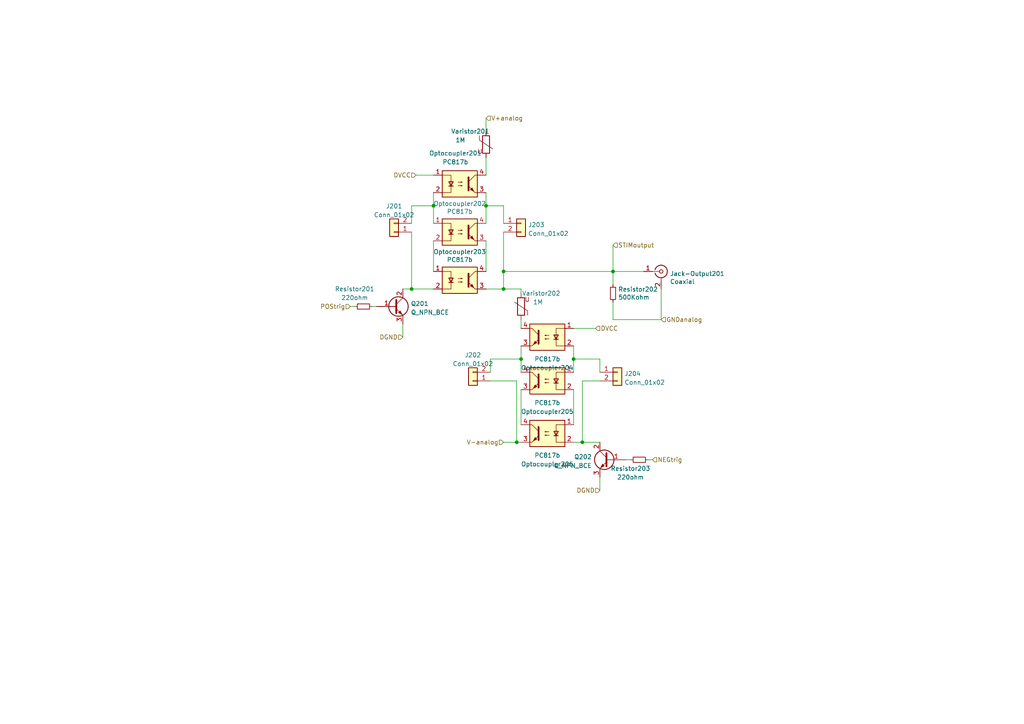
<source format=kicad_sch>
(kicad_sch (version 20211123) (generator eeschema)
  (paper "A4")
  (lib_symbols
    (symbol "Connector:Conn_Coaxial" (pin_names (offset 1.016) hide)
      (property "Reference" "J" (at 0.254 3.048 0))
      (property "Value" "Conn_Coaxial" (at 2.921 0 90))
      (symbol "Conn_Coaxial_0_1"
        (arc (start -1.778 -0.508) (mid 0.222 -1.808) (end 1.778 0) (stroke (width 0.254)))
        (polyline (pts (xy -2.54 0) (xy -0.508 0)))
        (polyline (pts (xy 0 -2.54) (xy 0 -1.778)))
        (circle (center 0 0) (radius 0.508) (stroke (width 0.2032)))
        (arc (start 1.778 0) (mid 0.222 1.8083) (end -1.778 0.508) (stroke (width 0.254)))
      )
      (symbol "Conn_Coaxial_1_1"
        (pin passive line (at -5.08 0 0) (length 2.54) (name "In") (number "1"))
        (pin passive line (at 0 -5.08 90) (length 2.54) (name "Ext") (number "2"))
      )
    )
    (symbol "Connector_Generic:Conn_01x02" (pin_names (offset 1.016) hide)
      (property "Reference" "J" (at 0 2.54 0))
      (property "Value" "Conn_01x02" (at 0 -5.08 0))
      (symbol "Conn_01x02_1_1"
        (rectangle (start -1.27 -2.413) (end 0 -2.667) (stroke (width 0.1524)))
        (rectangle (start -1.27 0.127) (end 0 -0.127) (stroke (width 0.1524)))
        (rectangle (start -1.27 1.27) (end 1.27 -3.81) (stroke (width 0.254)) (fill (type background)))
        (pin passive line (at -5.08 0 0) (length 3.81) (name "Pin_1") (number "1"))
        (pin passive line (at -5.08 -2.54 0) (length 3.81) (name "Pin_2") (number "2"))
      )
    )
    (symbol "Device:Q_NPN_BCE" (pin_names (offset 0) hide)
      (property "Reference" "Q" (at 5.08 1.27 0))
      (property "Value" "Q_NPN_BCE" (at 5.08 -1.27 0))
      (symbol "Q_NPN_BCE_0_1"
        (polyline (pts (xy 0.635 0.635) (xy 2.54 2.54)))
        (polyline (pts (xy 0.635 -0.635) (xy 2.54 -2.54) (xy 2.54 -2.54)))
        (polyline (pts (xy 0.635 1.905) (xy 0.635 -1.905) (xy 0.635 -1.905)) (stroke (width 0.508)))
        (polyline (pts (xy 1.27 -1.778) (xy 1.778 -1.27) (xy 2.286 -2.286) (xy 1.27 -1.778) (xy 1.27 -1.778)) (fill (type outline)))
        (circle (center 1.27 0) (radius 2.8194) (stroke (width 0.254)))
      )
      (symbol "Q_NPN_BCE_1_1"
        (pin input line (at -5.08 0 0) (length 5.715) (name "B") (number "1"))
        (pin passive line (at 2.54 5.08 270) (length 2.54) (name "C") (number "2"))
        (pin passive line (at 2.54 -5.08 90) (length 2.54) (name "E") (number "3"))
      )
    )
    (symbol "Device:R_Small" (pin_numbers hide) (pin_names (offset 0.254) hide)
      (property "Reference" "R" (at 0.762 0.508 0))
      (property "Value" "R_Small" (at 0.762 -1.016 0))
      (symbol "R_Small_0_1"
        (rectangle (start -0.762 1.778) (end 0.762 -1.778) (stroke (width 0.2032)))
      )
      (symbol "R_Small_1_1"
        (pin passive line (at 0 2.54 270) (length 0.762) (name "~") (number "1"))
        (pin passive line (at 0 -2.54 90) (length 0.762) (name "~") (number "2"))
      )
    )
    (symbol "Device:Varistor" (pin_numbers hide) (pin_names (offset 0))
      (property "Reference" "RV" (at 3.175 0 90))
      (property "Value" "Varistor" (at -3.175 0 90))
      (symbol "Varistor_0_0"
        (text "U" (at -1.778 -2.032 0) (effects (font (size 1.27 1.27))))
      )
      (symbol "Varistor_0_1"
        (rectangle (start -1.016 -2.54) (end 1.016 2.54) (stroke (width 0.254)))
        (polyline (pts (xy -1.905 2.54) (xy -1.905 1.27) (xy 1.905 -1.27)))
      )
      (symbol "Varistor_1_1"
        (pin passive line (at 0 3.81 270) (length 1.27) (name "~") (number "1"))
        (pin passive line (at 0 -3.81 90) (length 1.27) (name "~") (number "2"))
      )
    )
    (symbol "Isolator:PC817" (pin_names (offset 1.016))
      (property "Reference" "U" (at -5.08 5.08 0))
      (property "Value" "PC817" (at 0 5.08 0))
      (symbol "PC817_0_1"
        (rectangle (start -5.08 3.81) (end 5.08 -3.81) (stroke (width 0.254)) (fill (type background)))
        (polyline (pts (xy -3.175 -0.635) (xy -1.905 -0.635)) (stroke (width 0.254)))
        (polyline (pts (xy 2.54 0.635) (xy 4.445 2.54)))
        (polyline (pts (xy 4.445 -2.54) (xy 2.54 -0.635)) (fill (type outline)))
        (polyline (pts (xy 4.445 -2.54) (xy 5.08 -2.54)))
        (polyline (pts (xy 4.445 2.54) (xy 5.08 2.54)))
        (polyline (pts (xy -5.08 2.54) (xy -2.54 2.54) (xy -2.54 -0.635)))
        (polyline (pts (xy -2.54 -0.635) (xy -2.54 -2.54) (xy -5.08 -2.54)))
        (polyline (pts (xy 2.54 1.905) (xy 2.54 -1.905) (xy 2.54 -1.905)) (stroke (width 0.508)))
        (polyline (pts (xy -2.54 -0.635) (xy -3.175 0.635) (xy -1.905 0.635) (xy -2.54 -0.635)) (stroke (width 0.254)))
        (polyline (pts (xy -0.508 -0.508) (xy 0.762 -0.508) (xy 0.381 -0.635) (xy 0.381 -0.381) (xy 0.762 -0.508)))
        (polyline (pts (xy -0.508 0.508) (xy 0.762 0.508) (xy 0.381 0.381) (xy 0.381 0.635) (xy 0.762 0.508)))
        (polyline (pts (xy 3.048 -1.651) (xy 3.556 -1.143) (xy 4.064 -2.159) (xy 3.048 -1.651) (xy 3.048 -1.651)) (fill (type outline)))
      )
      (symbol "PC817_1_1"
        (pin passive line (at -7.62 2.54 0) (length 2.54) (name "~") (number "1"))
        (pin passive line (at -7.62 -2.54 0) (length 2.54) (name "~") (number "2"))
        (pin passive line (at 7.62 -2.54 180) (length 2.54) (name "~") (number "3"))
        (pin passive line (at 7.62 2.54 180) (length 2.54) (name "~") (number "4"))
      )
    )
  )
  (junction (at 149.86 128.27))
  (junction (at 166.37 104.14))
  (junction (at 146.05 83.82))
  (junction (at 125.73 59.69))
  (junction (at 140.97 59.69))
  (junction (at 151.13 104.14))
  (junction (at 146.05 78.74))
  (junction (at 168.91 128.27))
  (junction (at 119.38 83.82))
  (junction (at 177.8 78.74))
  (wire (pts (xy 146.05 78.74) (xy 146.05 83.82)))
  (wire (pts (xy 166.37 128.27) (xy 168.91 128.27)))
  (wire (pts (xy 173.99 104.14) (xy 166.37 104.14)))
  (wire (pts (xy 166.37 104.14) (xy 166.37 107.95)))
  (wire (pts (xy 151.13 83.82) (xy 151.13 85.09)))
  (wire (pts (xy 151.13 104.14) (xy 151.13 107.95)))
  (wire (pts (xy 151.13 113.03) (xy 151.13 123.19)))
  (wire (pts (xy 149.86 128.27) (xy 151.13 128.27)))
  (wire (pts (xy 140.97 83.82) (xy 146.05 83.82)))
  (wire (pts (xy 140.97 59.69) (xy 140.97 64.77)))
  (wire (pts (xy 166.37 100.33) (xy 166.37 104.14)))
  (wire (pts (xy 140.97 55.88) (xy 140.97 59.69)))
  (wire (pts (xy 177.8 78.74) (xy 177.8 82.55)))
  (wire (pts (xy 177.8 92.71) (xy 191.77 92.71)))
  (wire (pts (xy 149.86 110.49) (xy 149.86 128.27)))
  (wire (pts (xy 173.99 107.95) (xy 173.99 104.14)))
  (wire (pts (xy 177.8 87.63) (xy 177.8 92.71)))
  (wire (pts (xy 140.97 69.85) (xy 140.97 78.74)))
  (wire (pts (xy 166.37 113.03) (xy 166.37 123.19)))
  (wire (pts (xy 116.84 93.98) (xy 116.84 97.79)))
  (wire (pts (xy 116.84 83.82) (xy 119.38 83.82)))
  (wire (pts (xy 173.99 110.49) (xy 168.91 110.49)))
  (wire (pts (xy 191.77 92.71) (xy 191.77 83.82)))
  (wire (pts (xy 125.73 55.88) (xy 125.73 59.69)))
  (wire (pts (xy 119.38 64.77) (xy 119.38 59.69)))
  (wire (pts (xy 182.88 133.35) (xy 181.61 133.35)))
  (wire (pts (xy 168.91 110.49) (xy 168.91 128.27)))
  (wire (pts (xy 151.13 100.33) (xy 151.13 104.14)))
  (wire (pts (xy 177.8 78.74) (xy 186.69 78.74)))
  (wire (pts (xy 119.38 67.31) (xy 119.38 83.82)))
  (wire (pts (xy 146.05 64.77) (xy 146.05 59.69)))
  (wire (pts (xy 146.05 128.27) (xy 149.86 128.27)))
  (wire (pts (xy 101.6 88.9) (xy 102.87 88.9)))
  (wire (pts (xy 119.38 83.82) (xy 125.73 83.82)))
  (wire (pts (xy 120.65 50.8) (xy 125.73 50.8)))
  (wire (pts (xy 172.72 95.25) (xy 166.37 95.25)))
  (wire (pts (xy 107.95 88.9) (xy 109.22 88.9)))
  (wire (pts (xy 177.8 71.12) (xy 177.8 78.74)))
  (wire (pts (xy 146.05 67.31) (xy 146.05 78.74)))
  (wire (pts (xy 142.24 110.49) (xy 149.86 110.49)))
  (wire (pts (xy 146.05 59.69) (xy 140.97 59.69)))
  (wire (pts (xy 140.97 45.72) (xy 140.97 50.8)))
  (wire (pts (xy 168.91 128.27) (xy 173.99 128.27)))
  (wire (pts (xy 119.38 59.69) (xy 125.73 59.69)))
  (wire (pts (xy 173.99 138.43) (xy 173.99 142.24)))
  (wire (pts (xy 146.05 83.82) (xy 151.13 83.82)))
  (wire (pts (xy 142.24 104.14) (xy 151.13 104.14)))
  (wire (pts (xy 125.73 59.69) (xy 125.73 64.77)))
  (wire (pts (xy 125.73 69.85) (xy 125.73 78.74)))
  (wire (pts (xy 140.97 34.29) (xy 140.97 38.1)))
  (wire (pts (xy 146.05 78.74) (xy 177.8 78.74)))
  (wire (pts (xy 189.23 133.35) (xy 187.96 133.35)))
  (wire (pts (xy 142.24 107.95) (xy 142.24 104.14)))
  (wire (pts (xy 151.13 92.71) (xy 151.13 95.25)))
  (hierarchical_label "V-analog" (shape input) (at 146.05 128.27 180))
  (hierarchical_label "POStrig" (shape input) (at 101.6 88.9 180))
  (hierarchical_label "DVCC" (shape input) (at 172.72 95.25 0))
  (hierarchical_label "DGND" (shape input) (at 116.84 97.79 180))
  (hierarchical_label "NEGtrig" (shape input) (at 189.23 133.35 0))
  (hierarchical_label "STIMoutput" (shape input) (at 177.8 71.12 0))
  (hierarchical_label "GNDanalog" (shape input) (at 191.77 92.71 0))
  (hierarchical_label "DGND" (shape input) (at 173.99 142.24 180))
  (hierarchical_label "V+analog" (shape input) (at 140.97 34.29 0))
  (hierarchical_label "DVCC" (shape input) (at 120.65 50.8 180))
  (symbol (lib_id "Device:Varistor") (at 140.97 41.91 0) (unit 1)
    (property "Reference" "Varistor201" (at 130.81 38.1 0) (effects (justify left)))
    (property "Value" "1M" (at 132.08 40.64 0) (effects (justify left)))
  )
  (symbol (lib_id "Isolator:PC817") (at 158.75 125.73 0) (mirror y) (unit 1)
    (property "Reference" "Optocoupler206" (at 158.75 134.62 0))
    (property "Value" "PC817b" (at 158.75 132.08 0))
    (property "Footprint" "Package_DIP:DIP-4_W7.62mm" (effects hide))
    (property "Datasheet" "http://www.soselectronic.cz/a_info/resource/d/pc817.pdf" (effects hide))
  )
  (symbol (lib_id "Isolator:PC817") (at 133.35 67.31 0) (unit 1)
    (property "Reference" "Optocoupler202" (at 133.35 59.055 0))
    (property "Value" "PC817b" (at 133.35 61.3664 0))
    (property "Footprint" "Package_DIP:DIP-4_W7.62mm" (effects hide))
    (property "Datasheet" "http://www.soselectronic.cz/a_info/resource/d/pc817.pdf" (effects hide))
  )
  (symbol (lib_id "Device:R_Small") (at 185.42 133.35 90) (unit 1)
    (property "Reference" "Resistor203" (at 182.88 135.89 90))
    (property "Value" "220ohm" (at 182.88 138.43 90))
  )
  (symbol (lib_id "Isolator:PC817") (at 158.75 97.79 0) (mirror y) (unit 1)
    (property "Reference" "Optocoupler204" (at 158.75 106.68 0))
    (property "Value" "PC817b" (at 158.75 104.14 0))
    (property "Footprint" "Package_DIP:DIP-4_W7.62mm" (effects hide))
    (property "Datasheet" "http://www.soselectronic.cz/a_info/resource/d/pc817.pdf" (effects hide))
  )
  (symbol (lib_id "Connector_Generic:Conn_01x02") (at 114.3 67.31 180) (unit 1)
    (property "Reference" "J201" (at 114.3 59.8002 0))
    (property "Value" "Conn_01x02" (at 114.3 62.3371 0))
  )
  (symbol (lib_id "Connector_Generic:Conn_01x02") (at 137.16 110.49 180) (unit 1)
    (property "Reference" "J202" (at 137.16 102.9802 0))
    (property "Value" "Conn_01x02" (at 137.16 105.5171 0))
  )
  (symbol (lib_id "Isolator:PC817") (at 133.35 81.28 0) (unit 1)
    (property "Reference" "Optocoupler203" (at 133.35 73.025 0))
    (property "Value" "PC817b" (at 133.35 75.3364 0))
    (property "Footprint" "Package_DIP:DIP-4_W7.62mm" (effects hide))
    (property "Datasheet" "http://www.soselectronic.cz/a_info/resource/d/pc817.pdf" (effects hide))
  )
  (symbol (lib_id "Device:R_Small") (at 177.8 85.09 0) (unit 1)
    (property "Reference" "Resistor202" (at 179.2986 83.9216 0) (effects (justify left)))
    (property "Value" "500Kohm" (at 179.2986 86.233 0) (effects (justify left)))
  )
  (symbol (lib_id "Connector:Conn_Coaxial") (at 191.77 78.74 0) (unit 1)
    (property "Reference" "Jack-Output201" (at 194.31 79.375 0) (effects (justify left)))
    (property "Value" "Coaxial" (at 194.31 81.6864 0) (effects (justify left)))
    (property "Datasheet" " ~" (effects hide))
  )
  (symbol (lib_id "Isolator:PC817") (at 133.35 53.34 0) (unit 1)
    (property "Reference" "Optocoupler201" (at 132.08 44.45 0))
    (property "Value" "PC817b" (at 132.08 46.99 0))
    (property "Footprint" "Package_DIP:DIP-4_W7.62mm" (effects hide))
    (property "Datasheet" "http://www.soselectronic.cz/a_info/resource/d/pc817.pdf" (effects hide))
  )
  (symbol (lib_id "Device:Q_NPN_BCE") (at 176.53 133.35 0) (mirror y) (unit 1)
    (property "Reference" "Q202" (at 171.6787 132.5153 0) (effects (justify left)))
    (property "Value" "Q_NPN_BCE" (at 171.6787 135.0522 0) (effects (justify left)))
  )
  (symbol (lib_id "Connector_Generic:Conn_01x02") (at 151.13 64.77 0) (unit 1)
    (property "Reference" "J203" (at 153.162 65.2053 0) (effects (justify left)))
    (property "Value" "Conn_01x02" (at 153.162 67.7422 0) (effects (justify left)))
  )
  (symbol (lib_id "Device:R_Small") (at 105.41 88.9 270) (unit 1)
    (property "Reference" "Resistor201" (at 102.87 83.82 90))
    (property "Value" "220ohm" (at 102.87 86.36 90))
  )
  (symbol (lib_id "Isolator:PC817") (at 158.75 110.49 0) (mirror y) (unit 1)
    (property "Reference" "Optocoupler205" (at 158.75 119.38 0))
    (property "Value" "PC817b" (at 158.75 116.84 0))
    (property "Footprint" "Package_DIP:DIP-4_W7.62mm" (effects hide))
    (property "Datasheet" "http://www.soselectronic.cz/a_info/resource/d/pc817.pdf" (effects hide))
  )
  (symbol (lib_id "Connector_Generic:Conn_01x02") (at 179.07 107.95 0) (unit 1)
    (property "Reference" "J204" (at 181.102 108.3853 0) (effects (justify left)))
    (property "Value" "Conn_01x02" (at 181.102 110.9222 0) (effects (justify left)))
  )
  (symbol (lib_id "Device:Q_NPN_BCE") (at 114.3 88.9 0) (unit 1)
    (property "Reference" "Q201" (at 119.1514 88.0653 0) (effects (justify left)))
    (property "Value" "Q_NPN_BCE" (at 119.1514 90.6022 0) (effects (justify left)))
  )
  (symbol (lib_id "Device:Varistor") (at 151.13 88.9 180) (unit 1)
    (property "Reference" "Varistor202" (at 162.56 85.09 0) (effects (justify left)))
    (property "Value" "1M" (at 157.48 87.63 0) (effects (justify left)))
  )
)
</source>
